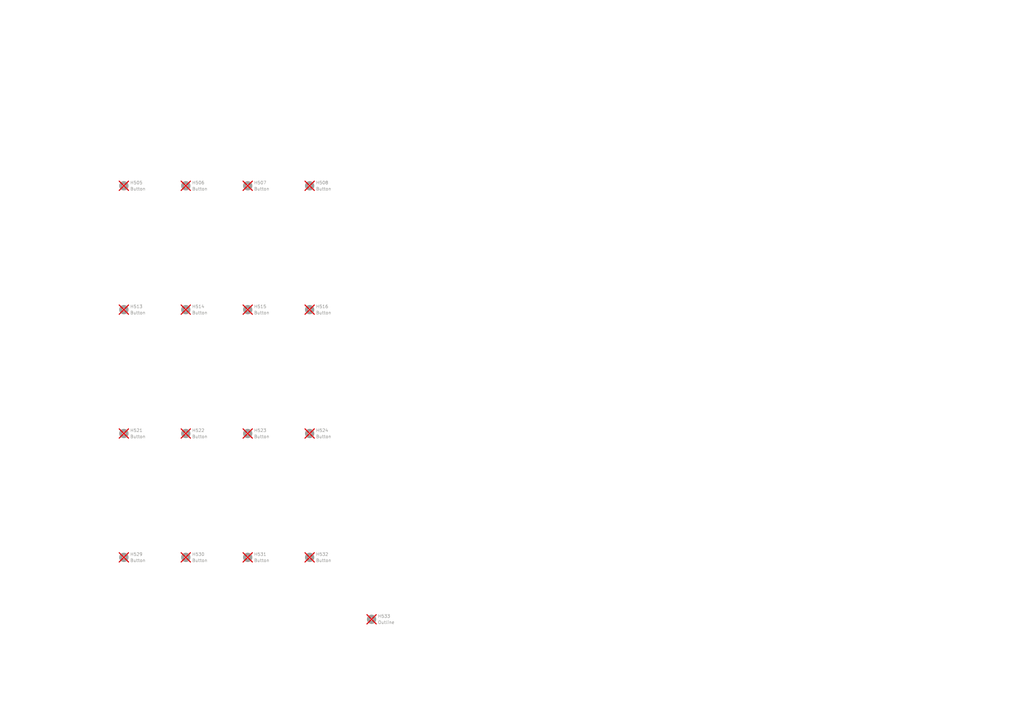
<source format=kicad_sch>
(kicad_sch (version 20231120) (generator "eeschema") (generator_version "8.0")
  (paper "A3")
  (lib_symbols
    (symbol "Mechanical:MountingHole" (pin_names (offset 1.016)) (exclude_from_sim yes) (in_bom no)
      (property "Reference" "H" (at 0 5.08 0))
      (property "Value" "MountingHole" (at 0 3.175 0))
      (symbol "MountingHole_0_1"
        (circle (center 0 0) (radius 1.27) (stroke (width 1.27)))
      )
    )
  )
  (symbol (lib_id "Mechanical:MountingHole") (at 50.8 228.6 0) (unit 1) (exclude_from_sim yes) (in_bom no) (dnp yes)
    (property "Reference" "H529" (at 53.34 227.3299 0) (effects (justify left)))
    (property "Value" "Button" (at 53.34 229.8699 0) (effects (justify left)))
    (property "Footprint" "suku_basics:FP_BUTTON" (effects (hide yes)))
    (property "Description" "Mounting Hole without connection" (effects (hide yes)))
  )
  (symbol (lib_id "Mechanical:MountingHole") (at 76.2 177.8 0) (unit 1) (exclude_from_sim yes) (in_bom no) (dnp yes)
    (property "Reference" "H522" (at 78.74 176.5299 0) (effects (justify left)))
    (property "Value" "Button" (at 78.74 179.0699 0) (effects (justify left)))
    (property "Footprint" "suku_basics:FP_BUTTON" (effects (hide yes)))
    (property "Description" "Mounting Hole without connection" (effects (hide yes)))
  )
  (symbol (lib_id "Mechanical:MountingHole") (at 101.6 127 0) (unit 1) (exclude_from_sim yes) (in_bom no) (dnp yes)
    (property "Reference" "H515" (at 104.14 125.7299 0) (effects (justify left)))
    (property "Value" "Button" (at 104.14 128.2699 0) (effects (justify left)))
    (property "Footprint" "suku_basics:FP_BUTTON" (effects (hide yes)))
    (property "Description" "Mounting Hole without connection" (effects (hide yes)))
  )
  (symbol (lib_id "Mechanical:MountingHole") (at 50.8 76.2 0) (unit 1) (exclude_from_sim yes) (in_bom no) (dnp yes)
    (property "Reference" "H505" (at 53.34 74.9299 0) (effects (justify left)))
    (property "Value" "Button" (at 53.34 77.4699 0) (effects (justify left)))
    (property "Footprint" "suku_basics:FP_BUTTON" (effects (hide yes)))
    (property "Description" "Mounting Hole without connection" (effects (hide yes)))
  )
  (symbol (lib_id "Mechanical:MountingHole") (at 101.6 76.2 0) (unit 1) (exclude_from_sim yes) (in_bom no) (dnp yes)
    (property "Reference" "H507" (at 104.14 74.9299 0) (effects (justify left)))
    (property "Value" "Button" (at 104.14 77.4699 0) (effects (justify left)))
    (property "Footprint" "suku_basics:FP_BUTTON" (effects (hide yes)))
    (property "Description" "Mounting Hole without connection" (effects (hide yes)))
  )
  (symbol (lib_id "Mechanical:MountingHole") (at 101.6 228.6 0) (unit 1) (exclude_from_sim yes) (in_bom no) (dnp yes)
    (property "Reference" "H531" (at 104.14 227.3299 0) (effects (justify left)))
    (property "Value" "Button" (at 104.14 229.8699 0) (effects (justify left)))
    (property "Footprint" "suku_basics:FP_BUTTON" (effects (hide yes)))
    (property "Description" "Mounting Hole without connection" (effects (hide yes)))
  )
  (symbol (lib_id "Mechanical:MountingHole") (at 76.2 76.2 0) (unit 1) (exclude_from_sim yes) (in_bom no) (dnp yes)
    (property "Reference" "H506" (at 78.74 74.9299 0) (effects (justify left)))
    (property "Value" "Button" (at 78.74 77.4699 0) (effects (justify left)))
    (property "Footprint" "suku_basics:FP_BUTTON" (effects (hide yes)))
    (property "Description" "Mounting Hole without connection" (effects (hide yes)))
  )
  (symbol (lib_id "Mechanical:MountingHole") (at 127 127 0) (unit 1) (exclude_from_sim yes) (in_bom no) (dnp yes)
    (property "Reference" "H516" (at 129.54 125.7299 0) (effects (justify left)))
    (property "Value" "Button" (at 129.54 128.2699 0) (effects (justify left)))
    (property "Footprint" "suku_basics:FP_BUTTON" (effects (hide yes)))
    (property "Description" "Mounting Hole without connection" (effects (hide yes)))
  )
  (symbol (lib_id "Mechanical:MountingHole") (at 127 228.6 0) (unit 1) (exclude_from_sim yes) (in_bom no) (dnp yes)
    (property "Reference" "H532" (at 129.54 227.3299 0) (effects (justify left)))
    (property "Value" "Button" (at 129.54 229.8699 0) (effects (justify left)))
    (property "Footprint" "suku_basics:FP_BUTTON" (effects (hide yes)))
    (property "Description" "Mounting Hole without connection" (effects (hide yes)))
  )
  (symbol (lib_id "Mechanical:MountingHole") (at 76.2 228.6 0) (unit 1) (exclude_from_sim yes) (in_bom no) (dnp yes)
    (property "Reference" "H530" (at 78.74 227.3299 0) (effects (justify left)))
    (property "Value" "Button" (at 78.74 229.8699 0) (effects (justify left)))
    (property "Footprint" "suku_basics:FP_BUTTON" (effects (hide yes)))
    (property "Description" "Mounting Hole without connection" (effects (hide yes)))
  )
  (symbol (lib_id "Mechanical:MountingHole") (at 152.4 254 0) (unit 1) (exclude_from_sim yes) (in_bom no) (dnp yes)
    (property "Reference" "H533" (at 154.94 252.7299 0) (effects (justify left)))
    (property "Value" "Outline" (at 154.94 255.2699 0) (effects (justify left)))
    (property "Footprint" "suku_basics:FP_OUTLINE" (effects (hide yes)))
    (property "Description" "Mounting Hole without connection" (effects (hide yes)))
  )
  (symbol (lib_id "Mechanical:MountingHole") (at 127 76.2 0) (unit 1) (exclude_from_sim yes) (in_bom no) (dnp yes)
    (property "Reference" "H508" (at 129.54 74.9299 0) (effects (justify left)))
    (property "Value" "Button" (at 129.54 77.4699 0) (effects (justify left)))
    (property "Footprint" "suku_basics:FP_BUTTON" (effects (hide yes)))
    (property "Description" "Mounting Hole without connection" (effects (hide yes)))
  )
  (symbol (lib_id "Mechanical:MountingHole") (at 50.8 127 0) (unit 1) (exclude_from_sim yes) (in_bom no) (dnp yes)
    (property "Reference" "H513" (at 53.34 125.7299 0) (effects (justify left)))
    (property "Value" "Button" (at 53.34 128.2699 0) (effects (justify left)))
    (property "Footprint" "suku_basics:FP_BUTTON" (effects (hide yes)))
    (property "Description" "Mounting Hole without connection" (effects (hide yes)))
  )
  (symbol (lib_id "Mechanical:MountingHole") (at 76.2 127 0) (unit 1) (exclude_from_sim yes) (in_bom no) (dnp yes)
    (property "Reference" "H514" (at 78.74 125.7299 0) (effects (justify left)))
    (property "Value" "Button" (at 78.74 128.2699 0) (effects (justify left)))
    (property "Footprint" "suku_basics:FP_BUTTON" (effects (hide yes)))
    (property "Description" "Mounting Hole without connection" (effects (hide yes)))
  )
  (symbol (lib_id "Mechanical:MountingHole") (at 101.6 177.8 0) (unit 1) (exclude_from_sim yes) (in_bom no) (dnp yes)
    (property "Reference" "H523" (at 104.14 176.5299 0) (effects (justify left)))
    (property "Value" "Button" (at 104.14 179.0699 0) (effects (justify left)))
    (property "Footprint" "suku_basics:FP_BUTTON" (effects (hide yes)))
    (property "Description" "Mounting Hole without connection" (effects (hide yes)))
  )
  (symbol (lib_id "Mechanical:MountingHole") (at 127 177.8 0) (unit 1) (exclude_from_sim yes) (in_bom no) (dnp yes)
    (property "Reference" "H524" (at 129.54 176.5299 0) (effects (justify left)))
    (property "Value" "Button" (at 129.54 179.0699 0) (effects (justify left)))
    (property "Footprint" "suku_basics:FP_BUTTON" (effects (hide yes)))
    (property "Description" "Mounting Hole without connection" (effects (hide yes)))
  )
  (symbol (lib_id "Mechanical:MountingHole") (at 50.8 177.8 0) (unit 1) (exclude_from_sim yes) (in_bom no) (dnp yes)
    (property "Reference" "H521" (at 53.34 176.5299 0) (effects (justify left)))
    (property "Value" "Button" (at 53.34 179.0699 0) (effects (justify left)))
    (property "Footprint" "suku_basics:FP_BUTTON" (effects (hide yes)))
    (property "Description" "Mounting Hole without connection" (effects (hide yes)))
  )
)
</source>
